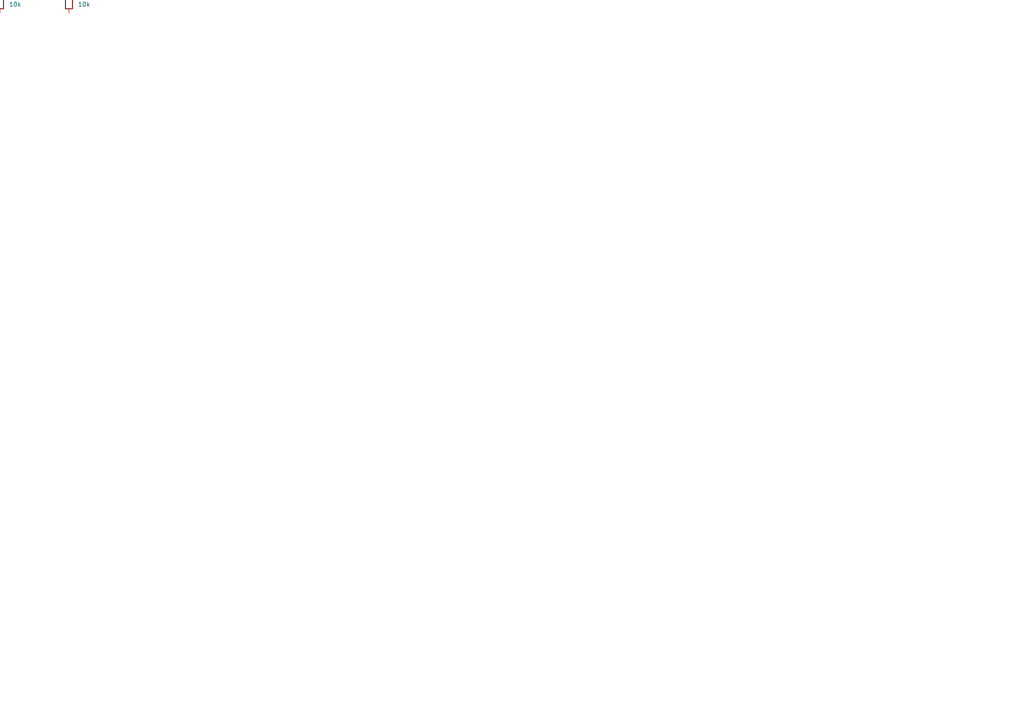
<source format=kicad_sch>
(kicad_sch (version 20231120) (generator "eeschema") (generator_version "8.0")
  (paper "A4")
  (title_block (date "2025-01-30"))
  (lib_symbols
    (symbol "Device:R" (pin_numbers hide) (pin_names (offset 0))
      (property "Reference" "R" (at 2.032 0 90))
      (property "Value" "R" (at 0 0 90))
      (symbol "R_0_1"
        (rectangle (start -1.016 -2.54) (end 1.016 2.54) (stroke (width 0.254)))
      )
      (symbol "R_1_1"
        (pin passive line (at 0 3.81 270) (length 1.27) (name "~") (number "1"))
        (pin passive line (at 0 -3.81 90) (length 1.27) (name "~") (number "2"))
      )
    )
  )
  (symbol (lib_id "Device:R") (at 0.00 0.00 0) (unit 1)
    (property "Reference" "R2" (at 2.54 -1.27 0) (effects (justify left)))
    (property "Value" "10k" (at 2.54 1.27 0) (effects (justify left)))
    (property "Footprint" "Resistor_SMD:R_0603_1608Metric" (effects (hide yes)))
    (property "Description" "Resistor" (effects (hide yes)))
  )
  (symbol (lib_id "Device:R") (at 20.00 0.00 0) (unit 1)
    (property "Reference" "R3" (at 22.54 -1.27 0) (effects (justify left)))
    (property "Value" "10k" (at 22.54 1.27 0) (effects (justify left)))
    (property "Footprint" "Resistor_SMD:R_0603_1608Metric" (effects (hide yes)))
    (property "Description" "Resistor" (effects (hide yes)))
  )
)
</source>
